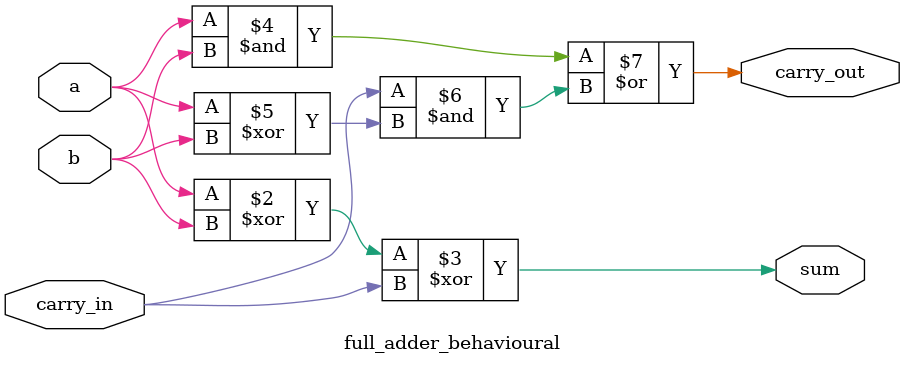
<source format=v>
module full_adder_behavioural(
	input a,
	input b,
	input carry_in,
	
	//defined as reg because it is used in a alywars procedure
	output reg sum,
	output reg carry_out
);
	
	always @(a or b or carry_in) begin
		sum = a ^ b ^ carry_in;
		carry_out = (a & b) | (carry_in & (a ^ b));
	end
	
	/*Alternate way
	
	always @(*) begin
		{carry_out, sum} = a + b +carry_in;
	*/
endmodule
	

</source>
